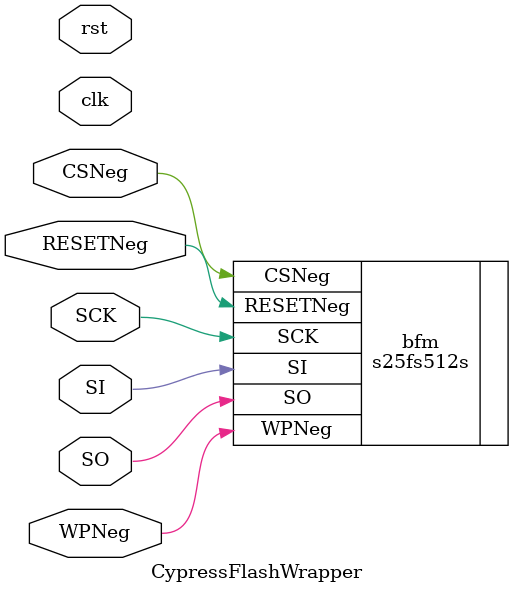
<source format=v>
module CypressFlashWrapper(SI,SO,SCK,CSNeg,WPNeg,RESETNeg,clk,rst);
inout SI;
inout SO;
input SCK;
input CSNeg;
inout WPNeg;
inout RESETNeg;
input clk;
input rst;

s25fs512s bfm(
        // Data Inputs/Outputs
        .SI(SI),
        .SO(SO),
        // Controls
        .SCK(SCK),
        .CSNeg(CSNeg),       //Not this?
        .WPNeg(WPNeg),       //Not this?
        .RESETNeg(RESETNeg)
);

endmodule


</source>
